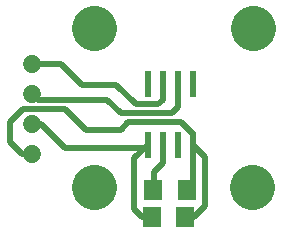
<source format=gtl>
G04 ( created by brdgerber.py ( brdgerber.py v0.1 2014-03-12 ) ) date 2020-09-29 22:27:36 EDT*
G04 Gerber Fmt 3.4, Leading zero omitted, Abs format*
%MOIN*%
%FSLAX34Y34*%
G01*
G70*
G90*
G04 APERTURE LIST*
%ADD11C,0.1500*%
%ADD18C,0.0600*%
%ADD12C,0.0000*%
%ADD19C,0.0024*%
%ADD16R,0.0629X0.0709*%
%ADD14C,0.0080*%
%ADD13R,0.0236X0.0866*%
%ADD15C,0.0050*%
%ADD10C,0.0200*%
%ADD17C,0.0060*%
G04 APERTURE END LIST*
G54D11*
D11*
G01X-33440Y15449D02*
G01X-33440Y15449D01*
D11*
G01X-33449Y10160D02*
G01X-33449Y10160D01*
D11*
G01X-28160Y10151D02*
G01X-28160Y10151D01*
D11*
G01X-28151Y15440D02*
G01X-28151Y15440D01*
D13*
X-31150Y11527D03*
D13*
X-31150Y13573D03*
D13*
X-31650Y11527D03*
D13*
X-30650Y11527D03*
D13*
X-30150Y11527D03*
D13*
X-31650Y13573D03*
D13*
X-30650Y13573D03*
D13*
X-30150Y13573D03*
D16*
X-30391Y09150D03*
D16*
X-31509Y09150D03*
D18*
G01X-35500Y11250D02*
G01X-35500Y11250D01*
D18*
G01X-35500Y12250D02*
G01X-35500Y12250D01*
D18*
G01X-35500Y13250D02*
G01X-35500Y13250D01*
D18*
G01X-35500Y14250D02*
G01X-35500Y14250D01*
D16*
X-30341Y10050D03*
D16*
X-31459Y10050D03*
D10*
G01X-30100Y09150D02*
G01X-29750Y09500D01*
D10*
G01X-29750Y09500D02*
G01X-29750Y11150D01*
D10*
G01X-32100Y11100D02*
G01X-31650Y11550D01*
D10*
G01X-32050Y12900D02*
G01X-32700Y13550D01*
D10*
G01X-32700Y13550D02*
G01X-33300Y13550D01*
D10*
G01X-31150Y13050D02*
G01X-31300Y12900D01*
D10*
G01X-31150Y13550D02*
G01X-31150Y13050D01*
D10*
G01X-31300Y12900D02*
G01X-32050Y12900D01*
D10*
G01X-33300Y12050D02*
G01X-32550Y12050D01*
D10*
G01X-32550Y12050D02*
G01X-32300Y12300D01*
D10*
G01X-32300Y12300D02*
G01X-30550Y12300D01*
D10*
G01X-30550Y12300D02*
G01X-30150Y11900D01*
D10*
G01X-30150Y11900D02*
G01X-30150Y11550D01*
D10*
G01X-32100Y09400D02*
G01X-32100Y11100D01*
D10*
G01X-31850Y09150D02*
G01X-32100Y09400D01*
D10*
G01X-31450Y09150D02*
G01X-31850Y09150D01*
D10*
G01X-29750Y11150D02*
G01X-30150Y11550D01*
D10*
G01X-33600Y11450D02*
G01X-31750Y11450D01*
D10*
G01X-31750Y11450D02*
G01X-31650Y11550D01*
D10*
G01X-33300Y13050D02*
G01X-33000Y13050D01*
D10*
G01X-33000Y13050D02*
G01X-32550Y12600D01*
D10*
G01X-32550Y12600D02*
G01X-30850Y12600D01*
D10*
G01X-30850Y12600D02*
G01X-30650Y12800D01*
D10*
G01X-30650Y12800D02*
G01X-30650Y13550D01*
D10*
G01X-31150Y11550D02*
G01X-31150Y10950D01*
D10*
G01X-31150Y10950D02*
G01X-31450Y10650D01*
D10*
G01X-31450Y10650D02*
G01X-31450Y10100D01*
D10*
G01X-30150Y11550D02*
G01X-30150Y10300D01*
D10*
G01X-30150Y10300D02*
G01X-30350Y10100D01*
D10*
G01X-30350Y09150D02*
G01X-30100Y09150D01*
D10*
G01X-35200Y12250D02*
G01X-35500Y12250D01*
D10*
G01X-34400Y11450D02*
G01X-35200Y12250D01*
D10*
G01X-33600Y11450D02*
G01X-34400Y11450D01*
D10*
G01X-33700Y12050D02*
G01X-33250Y12050D01*
D10*
G01X-34400Y12750D02*
G01X-33700Y12050D01*
D10*
G01X-35800Y12750D02*
G01X-34400Y12750D01*
D10*
G01X-33300Y13550D02*
G01X-33850Y13550D01*
D10*
G01X-33850Y13550D02*
G01X-34550Y14250D01*
D10*
G01X-34550Y14250D02*
G01X-35500Y14250D01*
D10*
G01X-33300Y13050D02*
G01X-35300Y13050D01*
D10*
G01X-35300Y13050D02*
G01X-35500Y13250D01*
D10*
G01X-35500Y11250D02*
G01X-35850Y11250D01*
D10*
G01X-35850Y11250D02*
G01X-36250Y11650D01*
D10*
G01X-36250Y11650D02*
G01X-36250Y12300D01*
D10*
G01X-36250Y12300D02*
G01X-35800Y12750D01*
M02*

</source>
